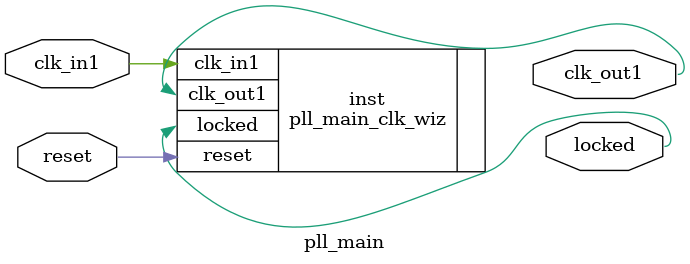
<source format=v>


`timescale 1ps/1ps

(* CORE_GENERATION_INFO = "pll_main,clk_wiz_v6_0_3_0_0,{component_name=pll_main,use_phase_alignment=false,use_min_o_jitter=false,use_max_i_jitter=false,use_dyn_phase_shift=false,use_inclk_switchover=false,use_dyn_reconfig=false,enable_axi=0,feedback_source=FDBK_AUTO,PRIMITIVE=PLL,num_out_clk=1,clkin1_period=3.333,clkin2_period=10.0,use_power_down=false,use_reset=true,use_locked=true,use_inclk_stopped=false,feedback_type=SINGLE,CLOCK_MGR_TYPE=NA,manual_override=false}" *)

module pll_main 
 (
  // Clock out ports
  output        clk_out1,
  // Status and control signals
  input         reset,
  output        locked,
 // Clock in ports
  input         clk_in1
 );

  pll_main_clk_wiz inst
  (
  // Clock out ports  
  .clk_out1(clk_out1),
  // Status and control signals               
  .reset(reset), 
  .locked(locked),
 // Clock in ports
  .clk_in1(clk_in1)
  );

endmodule

</source>
